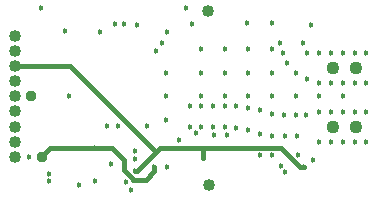
<source format=gbr>
G04 EAGLE Gerber RS-274X export*
G75*
%MOMM*%
%FSLAX34Y34*%
%LPD*%
%INCopper Layer 15*%
%IPPOS*%
%AMOC8*
5,1,8,0,0,1.08239X$1,22.5*%
G01*
%ADD10C,1.016000*%
%ADD11C,1.108000*%
%ADD12C,0.958000*%
%ADD13C,0.454000*%
%ADD14C,0.406400*%


D10*
X162500Y155500D03*
X163000Y8000D03*
D11*
X268000Y57000D03*
X288000Y57000D03*
D12*
X22000Y32000D03*
X12500Y83000D03*
D11*
X288000Y107000D03*
X268000Y107000D03*
D10*
X-1000Y121300D03*
X-1000Y108600D03*
X-1000Y95900D03*
X-1000Y83200D03*
X-1000Y70500D03*
X-1000Y134000D03*
X-1000Y57400D03*
X-1000Y44700D03*
X-1000Y32000D03*
D13*
X236500Y83000D03*
X156500Y123000D03*
X176500Y123000D03*
X196500Y123000D03*
X216500Y123000D03*
X216500Y103000D03*
X196500Y103000D03*
X176500Y103000D03*
X156500Y103000D03*
X156500Y83000D03*
X176500Y83000D03*
X196500Y83000D03*
X216500Y83000D03*
X256500Y83000D03*
X276500Y83000D03*
X126500Y83000D03*
X126500Y103000D03*
X126500Y63000D03*
X156500Y75000D03*
X176500Y75000D03*
X196500Y73000D03*
X216500Y68000D03*
X236500Y67000D03*
X196500Y54500D03*
X176500Y57000D03*
X156500Y57000D03*
X216500Y49500D03*
X256500Y70000D03*
X276500Y70000D03*
X276500Y44000D03*
X256500Y44000D03*
X276500Y94000D03*
X256500Y94000D03*
X226500Y67000D03*
X245500Y67000D03*
X206500Y71000D03*
X186500Y75000D03*
X166500Y75000D03*
X186500Y56000D03*
X206500Y51500D03*
X166500Y57000D03*
X227500Y49000D03*
X237500Y49000D03*
X147500Y75000D03*
X147500Y57000D03*
X266500Y70000D03*
X266500Y44000D03*
X286500Y44000D03*
X286500Y70000D03*
X286500Y94000D03*
X266500Y94000D03*
X266500Y120000D03*
X276500Y120000D03*
X286500Y120000D03*
X296500Y94000D03*
X296500Y70000D03*
X296500Y120000D03*
X296500Y44000D03*
X236500Y103000D03*
X225500Y120000D03*
X229500Y111000D03*
X246500Y98000D03*
X256500Y120000D03*
X246500Y120000D03*
X242500Y128000D03*
X223500Y128000D03*
X102500Y143000D03*
X41000Y138000D03*
X21000Y158000D03*
X144000Y158000D03*
X195000Y145000D03*
X217000Y145000D03*
X250000Y143500D03*
X251500Y29500D03*
X228000Y19000D03*
X44500Y83000D03*
X97500Y4000D03*
X80500Y25500D03*
X128000Y137500D03*
X28000Y11000D03*
X123500Y128500D03*
X28000Y17500D03*
X76500Y57500D03*
X167500Y50000D03*
X178500Y50000D03*
X86000Y57500D03*
X91500Y144500D03*
X84000Y144500D03*
X100500Y30000D03*
X206060Y32897D03*
X10500Y31500D03*
X101000Y19590D03*
D14*
X118455Y36045D02*
X121410Y39000D01*
X158000Y39000D02*
X224500Y39000D01*
X158000Y39000D02*
X121410Y39000D01*
X224500Y39000D02*
X240500Y23000D01*
X118455Y36045D02*
X102000Y19590D01*
X101000Y19590D01*
X45900Y108600D02*
X-1000Y108600D01*
X45900Y108600D02*
X118455Y36045D01*
D13*
X52868Y7548D03*
X158000Y30500D03*
D14*
X158000Y39000D01*
X240500Y23000D02*
X240604Y22896D01*
X243679Y22896D01*
D13*
X243679Y22896D03*
X71000Y137500D03*
X118500Y121000D03*
X217000Y33000D03*
X110500Y57500D03*
X67000Y11500D03*
X93000Y10500D03*
X137900Y46262D03*
X100500Y36500D03*
X127500Y23000D03*
X117000Y23000D03*
X66500Y39000D03*
D14*
X22000Y32380D02*
X22000Y32000D01*
X28620Y39000D02*
X66500Y39000D01*
X28620Y39000D02*
X22000Y32380D01*
X109518Y12518D02*
X117000Y20000D01*
X117000Y23000D01*
X109518Y12518D02*
X98692Y12518D01*
X98572Y12638D02*
X98572Y12808D01*
X98572Y12638D02*
X98692Y12518D01*
X98572Y12808D02*
X91000Y20380D01*
X81000Y39000D02*
X66500Y39000D01*
X81000Y39000D02*
X91000Y29000D01*
X91000Y20380D01*
D13*
X152000Y52000D03*
X224540Y24000D03*
X239000Y33000D03*
X149000Y144500D03*
M02*

</source>
